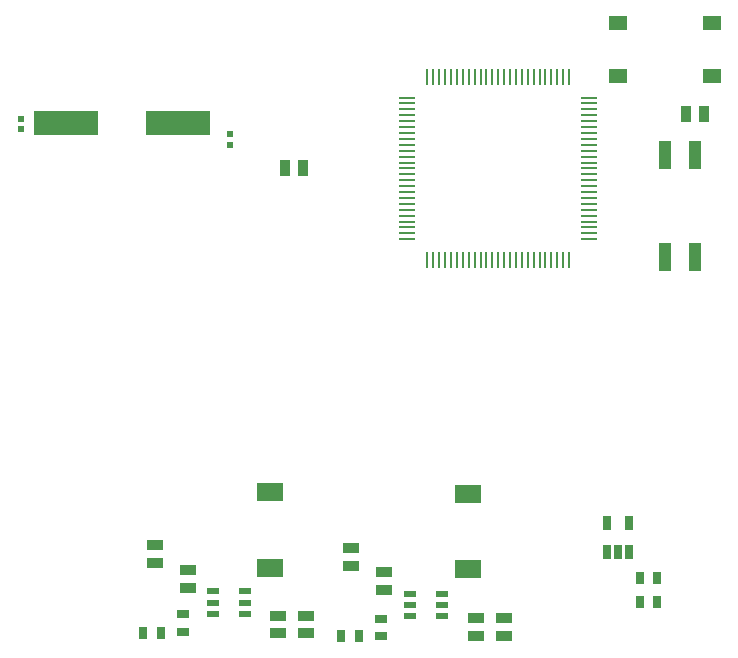
<source format=gbr>
%TF.GenerationSoftware,Altium Limited,Altium Designer,24.6.1 (21)*%
G04 Layer_Color=8421504*
%FSLAX45Y45*%
%MOMM*%
%TF.SameCoordinates,D96B88A3-C1BF-4694-92A9-412EC26ABF2C*%
%TF.FilePolarity,Positive*%
%TF.FileFunction,Paste,Top*%
%TF.Part,Single*%
G01*
G75*
%TA.AperFunction,SMDPad,CuDef*%
%ADD11R,2.20000X1.60000*%
%ADD12R,0.80000X1.00000*%
%ADD13R,1.00000X0.80000*%
%ADD14R,1.47320X0.27940*%
%ADD15R,0.27940X1.47320*%
%ADD16R,0.70000X1.30000*%
%ADD17R,0.97790X0.55880*%
%ADD18R,1.55000X1.30000*%
%ADD19R,5.50000X2.00000*%
%ADD20R,0.62000X0.60000*%
%ADD21R,1.13000X2.44000*%
%ADD22R,0.95000X1.35000*%
%ADD23R,1.35000X0.95000*%
D11*
X8661400Y4734600D02*
D03*
Y5374600D02*
D03*
X6985000Y4747300D02*
D03*
Y5387300D02*
D03*
D12*
X10111600Y4457700D02*
D03*
X10261600D02*
D03*
X10111600Y4660900D02*
D03*
X10261600D02*
D03*
X5907900Y4191000D02*
D03*
X6057900D02*
D03*
X7583030Y4165600D02*
D03*
X7733030D02*
D03*
D13*
X6248400Y4203700D02*
D03*
Y4353700D02*
D03*
X7923530Y4165600D02*
D03*
Y4315600D02*
D03*
D14*
X8143240Y8728000D02*
D03*
Y8678000D02*
D03*
Y8628000D02*
D03*
Y8578000D02*
D03*
Y8528000D02*
D03*
Y8478000D02*
D03*
Y8428000D02*
D03*
Y8378000D02*
D03*
Y8328000D02*
D03*
Y8278000D02*
D03*
Y8228000D02*
D03*
Y8178000D02*
D03*
Y8128000D02*
D03*
Y8078000D02*
D03*
Y8028000D02*
D03*
Y7978000D02*
D03*
Y7928000D02*
D03*
Y7878000D02*
D03*
Y7828000D02*
D03*
Y7778000D02*
D03*
Y7728000D02*
D03*
Y7678000D02*
D03*
Y7628000D02*
D03*
Y7578000D02*
D03*
Y7528000D02*
D03*
X9687560D02*
D03*
Y7578000D02*
D03*
Y7628000D02*
D03*
Y7678000D02*
D03*
Y7728000D02*
D03*
Y7778000D02*
D03*
Y7828000D02*
D03*
Y7878000D02*
D03*
Y7928000D02*
D03*
Y7978000D02*
D03*
Y8028000D02*
D03*
Y8078000D02*
D03*
Y8128000D02*
D03*
Y8178000D02*
D03*
Y8228000D02*
D03*
Y8278000D02*
D03*
Y8328000D02*
D03*
Y8378000D02*
D03*
Y8428000D02*
D03*
Y8478000D02*
D03*
Y8528000D02*
D03*
Y8578000D02*
D03*
Y8628000D02*
D03*
Y8678000D02*
D03*
Y8728000D02*
D03*
D15*
X8315400Y7355840D02*
D03*
X8365400D02*
D03*
X8415400D02*
D03*
X8465400D02*
D03*
X8515400D02*
D03*
X8565400D02*
D03*
X8615400D02*
D03*
X8665400D02*
D03*
X8715400D02*
D03*
X8765400D02*
D03*
X8815400D02*
D03*
X8865400D02*
D03*
X8915400D02*
D03*
X8965400D02*
D03*
X9015400D02*
D03*
X9065400D02*
D03*
X9115400D02*
D03*
X9165400D02*
D03*
X9215400D02*
D03*
X9265400D02*
D03*
X9315400D02*
D03*
X9365400D02*
D03*
X9415400D02*
D03*
X9465400D02*
D03*
X9515400D02*
D03*
Y8900160D02*
D03*
X9465400D02*
D03*
X9415400D02*
D03*
X9365400D02*
D03*
X9315400D02*
D03*
X9265400D02*
D03*
X9215400D02*
D03*
X9165400D02*
D03*
X9115400D02*
D03*
X9065400D02*
D03*
X9015400D02*
D03*
X8965400D02*
D03*
X8915400D02*
D03*
X8865400D02*
D03*
X8815400D02*
D03*
X8765400D02*
D03*
X8715400D02*
D03*
X8665400D02*
D03*
X8615400D02*
D03*
X8565400D02*
D03*
X8515400D02*
D03*
X8465400D02*
D03*
X8415400D02*
D03*
X8365400D02*
D03*
X8315400D02*
D03*
D16*
X9836400Y5123800D02*
D03*
X10026400D02*
D03*
Y4883800D02*
D03*
X9931400D02*
D03*
X9836400D02*
D03*
D17*
X6496050Y4546600D02*
D03*
Y4451600D02*
D03*
Y4356600D02*
D03*
X6769100D02*
D03*
Y4451600D02*
D03*
Y4546600D02*
D03*
X8168005Y4527300D02*
D03*
Y4432300D02*
D03*
Y4337300D02*
D03*
X8441055D02*
D03*
Y4432300D02*
D03*
Y4527300D02*
D03*
D18*
X9927600Y9356300D02*
D03*
X10722600D02*
D03*
X9927600Y8906300D02*
D03*
X10722600D02*
D03*
D19*
X5252700Y8509000D02*
D03*
X6202700D02*
D03*
D20*
X4876800Y8550200D02*
D03*
Y8458200D02*
D03*
X6640310Y8325357D02*
D03*
Y8417357D02*
D03*
D21*
X10325100Y7380500D02*
D03*
X10579100D02*
D03*
X10325100Y8240500D02*
D03*
X10579100D02*
D03*
D22*
X7113200Y8128000D02*
D03*
X7263200D02*
D03*
X10505300Y8585200D02*
D03*
X10655300D02*
D03*
D23*
X6286500Y4574400D02*
D03*
Y4724400D02*
D03*
X7289800Y4341000D02*
D03*
Y4191000D02*
D03*
X7048500Y4342200D02*
D03*
Y4192200D02*
D03*
X6007100Y4939100D02*
D03*
Y4789100D02*
D03*
X7950200Y4559300D02*
D03*
Y4709300D02*
D03*
X8964930Y4318000D02*
D03*
Y4168000D02*
D03*
X8723630Y4318000D02*
D03*
Y4168000D02*
D03*
X7669530Y4912500D02*
D03*
Y4762500D02*
D03*
%TF.MD5,c518b8f839fa9f1b8e46b9b03ec448ba*%
M02*

</source>
